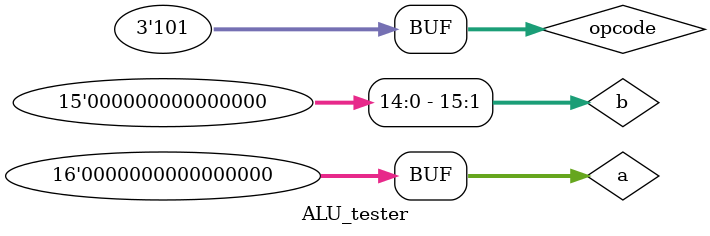
<source format=v>
`timescale 1ns / 1ps

module ALU_tester( );
reg [15:0] a,b;
reg [2:0] opcode;
wire [15:0] out;
alu u1(a,b,opcode,out);
initial {a,b}=$random;
initial begin
#20 opcode=0;
#20 opcode=5;
end

endmodule

</source>
